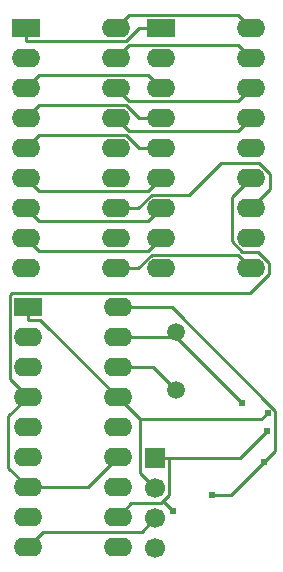
<source format=gbl>
G04 Layer: BottomLayer*
G04 EasyEDA v6.5.34, 2023-08-27 08:43:48*
G04 90a6fbf4bffc4057ae6bdd16324da943,d57712b53ce844a48ecc409583de2b89,10*
G04 Gerber Generator version 0.2*
G04 Scale: 100 percent, Rotated: No, Reflected: No *
G04 Dimensions in millimeters *
G04 leading zeros omitted , absolute positions ,4 integer and 5 decimal *
%FSLAX45Y45*%
%MOMM*%

%ADD10C,0.2540*%
%ADD11R,1.7000X1.7000*%
%ADD12C,1.7000*%
%ADD13R,2.4000X1.6000*%
%ADD14O,2.3999952X1.5999968*%
%ADD15C,1.5000*%
%ADD16C,0.6096*%

%LPD*%
D10*
X1689102Y6032500D02*
G01*
X2146099Y6032500D01*
X3024329Y5154269D01*
X3024329Y4814265D01*
X2927708Y4717643D01*
X2927708Y4717643D02*
G01*
X2653438Y4443374D01*
X2486357Y4443374D01*
X2819402Y8394700D02*
G01*
X2711300Y8502802D01*
X1784504Y8502802D01*
X1676402Y8394700D01*
X1879754Y5079847D02*
G01*
X1879754Y4622647D01*
X2006602Y4495800D01*
X1689102Y5270500D02*
G01*
X1879754Y5079847D01*
X1879754Y5079847D02*
G01*
X2902663Y5079847D01*
X2959102Y5136286D01*
X927102Y6032500D02*
G01*
X927102Y5924524D01*
X927102Y5924524D02*
G01*
X1035077Y5924524D01*
X1689102Y5270500D01*
X927102Y4000500D02*
G01*
X1054102Y4127500D01*
X1892302Y4127500D01*
X2006602Y4241800D01*
X2123950Y4749800D02*
G01*
X2728394Y4749800D01*
X2957502Y4978907D01*
X2109447Y4749800D02*
G01*
X2123950Y4749800D01*
X2070762Y4386275D02*
G01*
X2123950Y4439462D01*
X2123950Y4749800D01*
X2006602Y4749800D02*
G01*
X2109447Y4749800D01*
X1689102Y4254500D02*
G01*
X1803402Y4368800D01*
X2053287Y4368800D01*
X2070762Y4386275D01*
X2070762Y4386275D02*
G01*
X2157148Y4299864D01*
X2184402Y5820308D02*
G01*
X2184402Y5777458D01*
X2741602Y5220258D01*
X1689102Y5778500D02*
G01*
X2142594Y5778500D01*
X2184402Y5820308D01*
X2184402Y5330317D02*
G01*
X1990219Y5524500D01*
X1689102Y5524500D01*
X914402Y8394700D02*
G01*
X914402Y8286724D01*
X2057402Y8394700D02*
G01*
X1872719Y8394700D01*
X1761594Y8283575D01*
X917552Y8283575D01*
X914402Y8286724D01*
X2819402Y6362700D02*
G01*
X2706702Y6475399D01*
X1977290Y6475399D01*
X1864591Y6362700D01*
X1676402Y6362700D01*
X2057402Y7886700D02*
G01*
X1946277Y7997825D01*
X1025527Y7997825D01*
X914402Y7886700D01*
X2819402Y6870700D02*
G01*
X2980184Y7031481D01*
X2980184Y7159929D01*
X2888414Y7251700D01*
X2565300Y7251700D01*
X2297051Y6983450D01*
X1977316Y6983450D01*
X1864565Y6870700D01*
X1676402Y6870700D01*
X2057402Y7632700D02*
G01*
X1872719Y7632700D01*
X1761594Y7743825D01*
X1025527Y7743825D01*
X914402Y7632700D01*
X2057402Y7378700D02*
G01*
X1872719Y7378700D01*
X1761594Y7489825D01*
X1025527Y7489825D01*
X914402Y7378700D01*
X2057402Y7124700D02*
G01*
X1946277Y7013575D01*
X1025527Y7013575D01*
X914402Y7124700D01*
X2819402Y7632700D02*
G01*
X2708277Y7521575D01*
X1787527Y7521575D01*
X1676402Y7632700D01*
X2057402Y6870700D02*
G01*
X1946277Y6759575D01*
X1025527Y6759575D01*
X914402Y6870700D01*
X2819402Y7886700D02*
G01*
X2708277Y7775575D01*
X1787527Y7775575D01*
X1676402Y7886700D01*
X2057402Y6616700D02*
G01*
X1946277Y6505575D01*
X1025527Y6505575D01*
X914402Y6616700D01*
X1676402Y8140700D02*
G01*
X1784657Y8248954D01*
X2711147Y8248954D01*
X2819402Y8140700D01*
X927102Y5270500D02*
G01*
X779020Y5418581D01*
X779020Y6133211D01*
X793777Y6147968D01*
X2810487Y6147968D01*
X2968856Y6306337D01*
X2968856Y6407810D01*
X2879117Y6497548D01*
X2745717Y6497548D01*
X2654556Y6588709D01*
X2654556Y6959854D01*
X2819402Y7124700D01*
X927102Y4508500D02*
G01*
X763602Y4671999D01*
X763602Y5107000D01*
X927102Y5270500D01*
X927102Y4508500D02*
G01*
X1435102Y4508500D01*
X1689102Y4762500D01*
D11*
G01*
X2006600Y4749800D03*
D12*
G01*
X2006600Y4495800D03*
G01*
X2006600Y4241800D03*
G01*
X2006600Y3987800D03*
D13*
G01*
X914400Y8394700D03*
D14*
G01*
X1676400Y6362700D03*
G01*
X914400Y8140700D03*
G01*
X1676400Y6616700D03*
G01*
X914400Y7886700D03*
G01*
X1676400Y6870700D03*
G01*
X914400Y7632700D03*
G01*
X1676400Y7124700D03*
G01*
X914400Y7378700D03*
G01*
X1676400Y7378700D03*
G01*
X914400Y7124700D03*
G01*
X1676400Y7632700D03*
G01*
X914400Y6870700D03*
G01*
X1676400Y7886700D03*
G01*
X914400Y6616700D03*
G01*
X1676400Y8140700D03*
G01*
X914400Y6362700D03*
G01*
X1676400Y8394700D03*
D13*
G01*
X2057400Y8394700D03*
D14*
G01*
X2819400Y6362700D03*
G01*
X2057400Y8140700D03*
G01*
X2819400Y6616700D03*
G01*
X2057400Y7886700D03*
G01*
X2819400Y6870700D03*
G01*
X2057400Y7632700D03*
G01*
X2819400Y7124700D03*
G01*
X2057400Y7378700D03*
G01*
X2819400Y7378700D03*
G01*
X2057400Y7124700D03*
G01*
X2819400Y7632700D03*
G01*
X2057400Y6870700D03*
G01*
X2819400Y7886700D03*
G01*
X2057400Y6616700D03*
G01*
X2819400Y8140700D03*
G01*
X2057400Y6362700D03*
G01*
X2819400Y8394700D03*
D13*
G01*
X927100Y6032500D03*
D14*
G01*
X1689100Y4000500D03*
G01*
X927100Y5778500D03*
G01*
X1689100Y4254500D03*
G01*
X927100Y5524500D03*
G01*
X1689100Y4508500D03*
G01*
X927100Y5270500D03*
G01*
X1689100Y4762500D03*
G01*
X927100Y5016500D03*
G01*
X1689100Y5016500D03*
G01*
X927100Y4762500D03*
G01*
X1689100Y5270500D03*
G01*
X927100Y4508500D03*
G01*
X1689100Y5524500D03*
G01*
X927100Y4254500D03*
G01*
X1689100Y5778500D03*
G01*
X927100Y4000500D03*
G01*
X1689100Y6032500D03*
D15*
G01*
X2184400Y5330291D03*
G01*
X2184400Y5820282D03*
D16*
G01*
X2927705Y4717643D03*
G01*
X2486355Y4443374D03*
G01*
X2959100Y5136286D03*
G01*
X2957499Y4978907D03*
G01*
X2157145Y4299864D03*
G01*
X2741599Y5220258D03*
M02*

</source>
